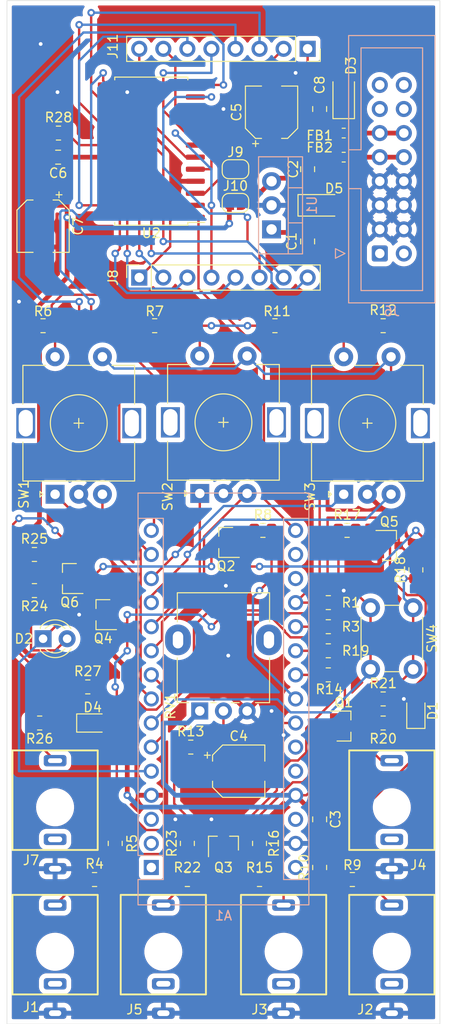
<source format=kicad_pcb>
(kicad_pcb (version 20221018) (generator pcbnew)
  (layers (0 "F.Cu" signal) (31 "B.Cu" signal) (34 "B.Paste" user) (35 "F.Paste" user) (36 "B.SilkS" user "B.Silkscreen") (37 "F.SilkS" user "F.Silkscreen") (38 "B.Mask" user) (39 "F.Mask" user) (44 "Edge.Cuts" user))
  (net 0 "")
  (net 1 "Net-(A1-Pad16)")
  (net 2 "Net-(A1-Pad15)")
  (net 4 "Net-(A1-Pad14)")
  (net 5 "GND")
  (net 6 "Net-(A1-Pad13)")
  (net 8 "Net-(A1-Pad12)")
  (net 9 "+5V")
  (net 10 "Net-(A1-Pad11)")
  (net 12 "Net-(A1-Pad10)")
  (net 14 "Net-(A1-Pad9)")
  (net 15 "Net-(A1-Pad24)")
  (net 16 "Net-(A1-Pad8)")
  (net 17 "Net-(A1-Pad23)")
  (net 18 "Net-(A1-Pad7)")
  (net 19 "Net-(A1-Pad22)")
  (net 20 "Net-(A1-Pad6)")
  (net 21 "Net-(A1-Pad21)")
  (net 22 "Net-(A1-Pad5)")
  (net 23 "Net-(A1-Pad20)")
  (net 24 "Net-(A1-Pad19)")
  (net 30 "Net-(D1-Pad1)")
  (net 31 "Net-(D2-Pad2)")
  (net 32 "Net-(D4-Pad1)")
  (net 33 "Net-(J1-Pad3)")
  (net 35 "Net-(J2-Pad3)")
  (net 37 "Net-(J3-Pad3)")
  (net 39 "Net-(J4-Pad3)")
  (net 41 "Net-(J5-Pad3)")
  (net 46 "Net-(J7-Pad3)")
  (net 48 "Net-(Q1-Pad1)")
  (net 49 "Net-(Q1-Pad2)")
  (net 50 "Net-(Q2-Pad1)")
  (net 51 "Net-(Q2-Pad2)")
  (net 52 "Net-(Q3-Pad1)")
  (net 53 "Net-(Q3-Pad2)")
  (net 54 "Net-(Q4-Pad1)")
  (net 55 "Net-(Q4-Pad2)")
  (net 56 "Net-(R6-Pad1)")
  (net 57 "Net-(R11-Pad2)")
  (net 58 "Net-(R11-Pad1)")
  (net 59 "Net-(R13-Pad2)")
  (net 60 "Net-(C1-Pad2)")
  (net 61 "Net-(C2-Pad2)")
  (net 62 "Net-(C5-Pad1)")
  (net 63 "Net-(D5-Pad2)")
  (net 64 "Net-(FB1-Pad2)")
  (net 65 "Net-(FB2-Pad2)")
  (net 69 "Net-(J8-Pad8)")
  (net 70 "Net-(J8-Pad7)")
  (net 71 "Net-(J8-Pad6)")
  (net 72 "Net-(J8-Pad5)")
  (net 73 "Net-(J8-Pad4)")
  (net 74 "Net-(J8-Pad3)")
  (net 75 "Net-(J8-Pad2)")
  (net 76 "Net-(J8-Pad1)")
  (net 77 "Net-(J11-Pad8)")
  (net 78 "Net-(J11-Pad7)")
  (net 79 "Net-(J11-Pad6)")
  (net 80 "Net-(J11-Pad5)")
  (net 81 "Net-(J11-Pad4)")
  (net 82 "Net-(J11-Pad3)")
  (net 83 "Net-(J11-Pad2)")
  (net 84 "Net-(J11-Pad1)")
  (net 85 "Net-(R28-Pad2)")
  (footprint "Capacitor_SMD:C_0805_2012Metric" (layer "F.Cu") (at 83.82 143.51 -90)
    (fp_text reference "C3")
    (fp_text value "100nF")
  )
  (footprint "Capacitor_SMD:CP_Elec_5x4.5" (layer "F.Cu") (at 75.27 138.43)
    (fp_text reference "C4")
    (fp_text value "10uF")
  )
  (footprint "Diode_SMD:D_0805_2012Metric" (layer "F.Cu") (at 93.98 132.235 90)
    (fp_text reference "D1")
    (fp_text value "1N4148")
  )
  (footprint "LED_THT:LED_D3.0mm" (layer "F.Cu") (at 54.61 124.46)
    (fp_text reference "D2")
    (fp_text value "LED")
  )
  (footprint "Diode_SMD:D_0805_2012Metric" (layer "F.Cu") (at 59.845 133.35)
    (fp_text reference "D4")
    (fp_text value "1N4148")
  )
  (footprint "Inductor_SMD:L_0603_1608Metric" (layer "F.Cu") (at 86.36 71.12)
    (fp_text reference "FB1")
    (fp_text value "FERRITE")
  )
  (footprint "Kicad_Akiyuki_Footprint:THONKICONN" (layer "F.Cu") (at 91.44 142.24)
    (fp_text reference "J4")
    (fp_text value "RESET IN")
  )
  (footprint "Kicad_Akiyuki_Footprint:THONKICONN" (layer "F.Cu") (at 67.31 157.48)
    (fp_text reference "J5")
    (fp_text value "OUT 2")
  )
  (footprint "Package_TO_SOT_SMD:SOT-23" (layer "F.Cu") (at 86.36 133.67)
    (fp_text reference "Q1")
    (fp_text value "MMBT3904")
  )
  (footprint "Package_TO_SOT_SMD:SOT-23" (layer "F.Cu") (at 57.42 118.11 180)
    (fp_text reference "Q6")
    (fp_text value "MMBT3904")
  )
  (footprint "Resistor_SMD:R_0805_2012Metric" (layer "F.Cu") (at 84.7325 123.19 180)
    (fp_text reference "R3")
    (fp_text value "10K")
  )
  (footprint "Resistor_SMD:R_0805_2012Metric" (layer "F.Cu") (at 60.0475 149.86)
    (fp_text reference "R4")
    (fp_text value "1K")
  )
  (footprint "Resistor_SMD:R_0805_2012Metric" (layer "F.Cu") (at 62.23 146.05 90)
    (fp_text reference "R5")
    (fp_text value "10K")
  )
  (footprint "Resistor_SMD:R_0805_2012Metric" (layer "F.Cu") (at 66.3975 91.44 180)
    (fp_text reference "R7")
    (fp_text value "10K")
  )
  (footprint "Resistor_SMD:R_0805_2012Metric" (layer "F.Cu") (at 77.8275 113.03)
    (fp_text reference "R8")
    (fp_text value "10K")
  )
  (footprint "Resistor_SMD:R_0805_2012Metric" (layer "F.Cu") (at 87.2725 149.86 180)
    (fp_text reference "R9")
    (fp_text value "1K")
  )
  (footprint "Resistor_SMD:R_0805_2012Metric" (layer "F.Cu") (at 83.82 148.59 90)
    (fp_text reference "R10")
    (fp_text value "10K")
  )
  (footprint "Resistor_SMD:R_0805_2012Metric" (layer "F.Cu") (at 70.2075 135.89)
    (fp_text reference "R13")
    (fp_text value "10K")
  )
  (footprint "Resistor_SMD:R_0805_2012Metric" (layer "F.Cu") (at 77.47 149.86 180)
    (fp_text reference "R15")
    (fp_text value "1K")
  )
  (footprint "Resistor_SMD:R_0805_2012Metric" (layer "F.Cu") (at 77.47 146.05 90)
    (fp_text reference "R16")
    (fp_text value "10K")
  )
  (footprint "Resistor_SMD:R_0805_2012Metric" (layer "F.Cu") (at 69.85 149.86)
    (fp_text reference "R22")
    (fp_text value "1K")
  )
  (footprint "Resistor_SMD:R_0805_2012Metric" (layer "F.Cu") (at 53.6975 119.38 180)
    (fp_text reference "R24")
    (fp_text value "1K")
  )
  (footprint "Resistor_SMD:R_0805_2012Metric" (layer "F.Cu") (at 53.6975 115.57)
    (fp_text reference "R25")
    (fp_text value "10K")
  )
  (footprint "Resistor_SMD:R_0805_2012Metric" (layer "F.Cu") (at 59.3325 129.54)
    (fp_text reference "R27")
    (fp_text value "1M")
  )
  (footprint "Potentiometer_THT:Potentiometer_Alpha_RD901F-40-00D_Single_Vertical" (layer "F.Cu") (at 71.16 132.08 90)
    (fp_text reference "RV1")
    (fp_text value "10K")
  )
  (footprint "Rotary_Encoder:RotaryEncoder_Alps_EC11E-Switch_Vertical_H20mm" (layer "F.Cu") (at 71.16 109.132663 90)
    (fp_text reference "SW2")
    (fp_text value "EC11 (HITS)")
  )
  (footprint "Rotary_Encoder:RotaryEncoder_Alps_EC11E-Switch_Vertical_H20mm" (layer "F.Cu") (at 86.36 109.22 90)
    (fp_text reference "SW3")
    (fp_text value "EC11 (OFFSET)")
  )
  (footprint "Capacitor_SMD:C_0805_2012Metric" (layer "F.Cu") (at 82.55 82.55 90)
    (fp_text reference "C1")
    (fp_text value "1uF")
  )
  (footprint "Capacitor_SMD:C_0805_2012Metric" (layer "F.Cu") (at 82.55 74.93 -90)
    (fp_text reference "C2")
    (fp_text value "100nF")
  )
  (footprint "Diode_SMD:D_1206_3216Metric" (layer "F.Cu") (at 83.82 78.74)
    (fp_text reference "D5")
    (fp_text value "1N4007")
  )
  (footprint "Inductor_SMD:L_0603_1608Metric" (layer "F.Cu") (at 86.36 73.66)
    (fp_text reference "FB2")
    (fp_text value "FERRITE")
  )
  (footprint "Jumper:SolderJumper-2_P1.3mm_Open_RoundedPad1.0x1.5mm" (layer "F.Cu") (at 74.93 74.93)
    (fp_text reference "J9")
    (fp_text value "JP 5")
  )
  (footprint "Jumper:SolderJumper-2_P1.3mm_Open_RoundedPad1.0x1.5mm" (layer "F.Cu") (at 74.93 78.486)
    (fp_text reference "J10")
    (fp_text value "JP 12")
  )
  (footprint "Capacitor_SMD:CP_Elec_5x4.5" (layer "F.Cu") (at 78.74 68.92 90)
    (fp_text reference "C5")
    (fp_text value "10uF")
  )
  (footprint "Capacitor_SMD:C_0805_2012Metric" (layer "F.Cu") (at 56.2 73.66 180)
    (fp_text reference "C6")
    (fp_text value "100nF")
  )
  (footprint "Capacitor_SMD:CP_Elec_5x4.5" (layer "F.Cu") (at 54.61 80.94 -90)
    (fp_text reference "C7")
    (fp_text value "10uF")
  )
  (footprint "Diode_SMD:D_1206_3216Metric" (layer "F.Cu") (at 86.36 67.31 90)
    (fp_text reference "D3")
    (fp_text value "1N4007")
  )
  (footprint "Kicad_Akiyuki_Footprint:THONKICONN" (layer "F.Cu") (at 91.44 157.48)
    (fp_text reference "J2")
    (fp_text value "OUT 4")
  )
  (footprint "Kicad_Akiyuki_Footprint:THONKICONN" (layer "F.Cu") (at 80.01 157.48)
    (fp_text reference "J3")
    (fp_text value "OUT 3")
  )
  (footprint "Kicad_Akiyuki_Footprint:THONKICONN" (layer "F.Cu") (at 55.88 142.24)
    (fp_text reference "J7")
    (fp_text value "CLOCK IN")
  )
  (footprint "Connector_PinSocket_2.54mm:PinSocket_1x08_P2.54mm_Vertical" (layer "F.Cu") (at 64.77 86.36 90)
    (fp_text reference "J8")
    (fp_text value "DISP CONN 2")
  )
  (footprint "Connector_PinSocket_2.54mm:PinSocket_1x08_P2.54mm_Vertical" (layer "F.Cu") (at 82.55 62.23 -90)
    (fp_text reference "J11")
    (fp_text value "DISP CONN 1")
  )
  (footprint "Package_TO_SOT_SMD:SOT-23" (layer "F.Cu") (at 73.93 114.3 180)
    (fp_text reference "Q2")
    (fp_text value "MMBT3904")
  )
  (footprint "Package_TO_SOT_SMD:SOT-23" (layer "F.Cu") (at 73.66 146.05 90)
    (fp_text reference "Q3")
    (fp_text value "MMBT3904")
  )
  (footprint "Package_TO_SOT_SMD:SOT-23" (layer "F.Cu") (at 60.96 121.92 180)
    (fp_text reference "Q4")
    (fp_text value "MMBT3904")
  )
  (footprint "Package_TO_SOT_SMD:SOT-23" (layer "F.Cu") (at 91.17 114.62)
    (fp_text reference "Q5")
    (fp_text value "MMBT3904")
  )
  (footprint "Resistor_SMD:R_0805_2012Metric" (layer "F.Cu") (at 84.7325 120.65)
    (fp_text reference "R1")
    (fp_text value "10K")
  )
  (footprint "Resistor_SMD:R_0805_2012Metric" (layer "F.Cu") (at 54.61 91.44 180)
    (fp_text reference "R6")
    (fp_text value "10K")
  )
  (footprint "Resistor_SMD:R_0805_2012Metric" (layer "F.Cu") (at 79.0975 91.44 180)
    (fp_text reference "R11")
    (fp_text value "10K")
  )
  (footprint "Resistor_SMD:R_0805_2012Metric" (layer "F.Cu") (at 90.5275 91.44)
    (fp_text reference "R12")
    (fp_text value "10K")
  )
  (footprint "Resistor_SMD:R_0805_2012Metric" (layer "F.Cu") (at 84.7325 128.27 180)
    (fp_text reference "R14")
    (fp_text value "10K")
  )
  (footprint "Resistor_SMD:R_0805_2012Metric" (layer "F.Cu") (at 86.7175 113.03)
    (fp_text reference "R17")
    (fp_text value "10K")
  )
  (footprint "Resistor_SMD:R_0805_2012Metric" (layer "F.Cu") (at 93.98 117.1975 90)
    (fp_text reference "R18")
    (fp_text value "10K")
  )
  (footprint "Resistor_SMD:R_0805_2012Metric" (layer "F.Cu") (at 84.7325 125.73 180)
    (fp_text reference "R19")
    (fp_text value "10K")
  )
  (footprint "Resistor_SMD:R_0805_2012Metric" (layer "F.Cu") (at 90.5275 133.35 180)
    (fp_text reference "R20")
    (fp_text value "100K")
  )
  (footprint "Resistor_SMD:R_0805_2012Metric" (layer "F.Cu") (at 90.5275 130.81)
    (fp_text reference "R21")
    (fp_text value "1M")
  )
  (footprint "Resistor_SMD:R_0805_2012Metric" (layer "F.Cu") (at 69.85 146.05 90)
    (fp_text reference "R23")
    (fp_text value "10K")
  )
  (footprint "Resistor_SMD:R_0805_2012Metric" (layer "F.Cu") (at 54.2525 133.35 180)
    (fp_text reference "R26")
    (fp_text value "100K")
  )
  (footprint "Resistor_SMD:R_0805_2012Metric" (layer "F.Cu") (at 56.2375 71.12)
    (fp_text reference "R28")
    (fp_text value "470K")
  )
  (footprint "Rotary_Encoder:RotaryEncoder_Alps_EC11E-Switch_Vertical_H20mm" (layer "F.Cu") (at 55.88 109.22 90)
    (fp_text reference "SW1")
    (fp_text value "EC11 (LENGTH)")
  )
  (footprint "Button_Switch_THT:SW_PUSH_6mm" (layer "F.Cu") (at 93.693545 121.18395 -90)
    (fp_text reference "SW4")
    (fp_text value "RESET BUTTON")
  )
  (footprint "Package_SO:SOP-24_7.5x15.4mm_P1.27mm" (layer "F.Cu") (at 66.04 73.025 180)
    (fp_text reference "U2")
    (fp_text value "MAX7219")
  )
  (footprint "Capacitor_SMD:C_0805_2012Metric" (layer "F.Cu") (at 83.82 68.58 90)
    (fp_text reference "C8")
    (fp_text value "1uF")
  )
  (footprint "Kicad_Akiyuki_Footprint:THONKICONN" (layer "F.Cu") (at 55.88 157.48)
    (fp_text reference "J1")
    (fp_text value "OUT 1")
  )
  (footprint "Package_TO_SOT_THT:TO-220-3_Vertical" (layer "B.Cu") (at 78.74 81.28 90)
    (fp_text reference "U1")
    (fp_text value "L7805")
  )
  (footprint "Connector_IDC:IDC-Header_2x08_P2.54mm_Vertical" (layer "B.Cu") (at 90.17 83.82)
    (fp_text reference "J6")
    (fp_text value "POWER CONN")
  )
  (footprint "Module:Arduino_Nano" (layer "B.Cu") (at 66.04 148.59)
    (fp_text reference "A1")
    (fp_text value "ARDUINO NANO")
  )
  (gr_line (start 96.52 57.15) (end 96.52 90.17) (stroke (width 0.05)) (layer "Edge.Cuts"))
  (gr_line (start 50.8 57.15) (end 96.52 57.15) (stroke (width 0.05)) (layer "Edge.Cuts"))
  (gr_line (start 96.52 90.17) (end 96.52 165.1) (stroke (width 0.05)) (layer "Edge.Cuts"))
  (gr_line (start 96.52 165.1) (end 50.8 165.1) (stroke (width 0.05)) (layer "Edge.Cuts"))
  (gr_line (start 50.8 90.17) (end 50.8 57.15) (stroke (width 0.05)) (layer "Edge.Cuts"))
  (gr_line (start 50.8 165.1) (end 50.8 90.17) (stroke (width 0.05)) (layer "Edge.Cuts"))
  (segment (start 71.025001 87.535001) (end 71.025001 80.345001) (width 0.25) (layer "F.Cu") (net 1))
  (segment (start 77.934999 94.444999) (end 71.025001 87.535001) (width 0.25) (layer "F.Cu") (net 1))
  (segment (start 71.025001 80.345001) (end 70.69 80.01) (width 0.25) (layer "F.Cu") (net 1))
  (segment (start 81.28 113.03) (end 77.934999 109.684999) (width 0.25) (layer "F.Cu") (net 1))
  (segment (start 77.934999 109.684999) (end 77.934999 94.444999) (width 0.25) (layer "F.Cu") (net 1))
  (segment (start 59.69 88.9) (end 59.69 88.9) (width 0.25) (layer "F.Cu") (net 2))
  (segment (start 60.96 64.77) (end 60.96 65.61) (width 0.25) (layer "F.Cu") (net 2))
  (segment (start 66.04 113.03) (end 66.32251 112.74749) (width 0.25) (layer "F.Cu") (net 2))
  (segment (start 59.69 90.17) (end 59.69 88.9) (width 0.25) (layer "F.Cu") (net 2))
  (segment (start 66.32251 112.74749) (end 66.32251 96.80251) (width 0.25) (layer "F.Cu") (net 2))
  (segment (start 66.32251 96.80251) (end 59.69 90.17) (width 0.25) (layer "F.Cu") (net 2))
  (segment (start 60.96 65.61) (end 61.39 66.04) (width 0.25) (layer "F.Cu") (net 2))
  (via (at 60.96 64.77) (size 0.8) (drill 0.4) (layers "F.Cu" "B.Cu") (net 2))
  (via (at 59.69 88.9) (size 0.8) (drill 0.4) (layers "F.Cu" "B.Cu") (net 2))
  (segment (start 60.96 64.77) (end 60.96 64.77) (width 0.25) (layer "B.Cu") (net 2))
  (segment (start 56.424999 85.634999) (end 56.424999 79.661999) (width 0.25) (layer "B.Cu") (net 2))
  (segment (start 59.69 78.74) (end 59.69 66.04) (width 0.25) (layer "B.Cu") (net 2))
  (segment (start 57.694999 79.284999) (end 58.42 80.01) (width 0.25) (layer "B.Cu") (net 2))
  (segment (start 59.69 88.9) (end 56.424999 85.634999) (width 0.25) (layer "B.Cu") (net 2))
  (segment (start 56.605001 79.284999) (end 57.694999 79.284999) (width 0.25) (layer "B.Cu") (net 2))
  (segment (start 59.69 66.04) (end 60.96 64.77) (width 0.25) (layer "B.Cu") (net 2))
  (segment (start 58.42 80.01) (end 59.69 78.74) (width 0.25) (layer "B.Cu") (net 2))
  (segment (start 56.424999 79.661999) (end 56.424999 79.465001) (width 0.25) (layer "B.Cu") (net 2))
  (segment (start 56.424999 79.465001) (end 56.605001 79.284999) (width 0.25) (layer "B.Cu") (net 2))
  (segment (start 58.42 88.9) (end 58.42 88.9) (width 0.25) (layer "F.Cu") (net 4))
  (segment (start 62.654999 104.564999) (end 62.654999 99.533997) (width 0.25) (layer "F.Cu") (net 4))
  (segment (start 66.04 115.57) (end 63.5 113.03) (width 0.25) (layer "F.Cu") (net 4))
  (segment (start 70.69 66.04) (end 73.66 66.04) (width 0.25) (layer "F.Cu") (net 4))
  (segment (start 63.5 113.03) (end 62.654999 112.184999) (width 0.25) (layer "F.Cu") (net 4))
  (segment (start 62.654999 112.184999) (end 62.654999 104.564999) (width 0.25) (layer "F.Cu") (net 4))
  (segment (start 58.42 91.44) (end 58.42 88.9) (width 0.25) (layer "F.Cu") (net 4))
  (segment (start 58.42 95.298998) (end 58.42 91.44) (width 0.25) (layer "F.Cu") (net 4))
  (segment (start 62.654999 99.533997) (end 58.42 95.298998) (width 0.25) (layer "F.Cu") (net 4))
  (via (at 73.66 66.04) (size 0.8) (drill 0.4) (layers "F.Cu" "B.Cu") (net 4))
  (via (at 58.42 88.9) (size 0.8) (drill 0.4) (layers "F.Cu" "B.Cu") (net 4))
  (segment (start 73.66 66.04) (end 73.66 66.04) (width 0.25) (layer "B.Cu") (net 4))
  (segment (start 52.07 67.31) (end 58.87001 60.50999) (width 0.25) (layer "B.Cu") (net 4))
  (segment (start 58.42 88.9) (end 54.61 88.9) (width 0.25) (layer "B.Cu") (net 4))
  (segment (start 54.61 88.9) (end 52.07 86.36) (width 0.25) (layer "B.Cu") (net 4))
  (segment (start 52.07 86.36) (end 52.07 67.31) (width 0.25) (layer "B.Cu") (net 4))
  (segment (start 72.408992 60.50999) (end 73.66 61.760998) (width 0.25) (layer "B.Cu") (net 4))
  (segment (start 58.87001 60.50999) (end 72.408992 60.50999) (width 0.25) (layer "B.Cu") (net 4))
  (segment (start 73.66 61.760998) (end 73.66 66.04) (width 0.25) (layer "B.Cu") (net 4))
  (via (at 81.28 64.77) (size 0.8) (drill 0.4) (layers "F.Cu" "B.Cu") (net 5))
  (via (at 86.36 119.38) (size 0.8) (drill 0.4) (layers "F.Cu" "B.Cu") (net 5))
  (via (at 54.356 61.722) (size 0.8) (drill 0.4) (layers "F.Cu" "B.Cu") (net 5))
  (via (at 72.39 143.51) (size 0.8) (drill 0.4) (layers "F.Cu" "B.Cu") (net 5))
  (via (at 63.5 66.802) (size 0.8) (drill 0.4) (layers "F.Cu" "B.Cu") (net 5))
  (via (at 80.01 134.62) (size 0.8) (drill 0.4) (layers "F.Cu" "B.Cu") (net 5))
  (via (at 74.168 126.238) (size 0.8) (drill 0.4) (layers "F.Cu" "B.Cu") (net 5))
  (via (at 56.134 66.802) (size 0.8) (drill 0.4) (layers "F.Cu" "B.Cu") (net 5))
  (via (at 52.07 88.9) (size 0.8) (drill 0.4) (layers "F.Cu" "B.Cu") (net 5))
  (via (at 73.66 68.58) (size 0.8) (drill 0.4) (layers "F.Cu" "B.Cu") (net 5))
  (via (at 68.58 143.51) (size 0.8) (drill 0.4) (layers "F.Cu" "B.Cu") (net 5))
  (via (at 73.914 118.872) (size 0.8) (drill 0.4) (layers "F.Cu" "B.Cu") (net 5))
  (via (at 78.74 132.08) (size 0.8) (drill 0.4) (layers "F.Cu" "B.Cu") (net 5))
  (via (at 92.71 130.81) (size 0.8) (drill 0.4) (layers "F.Cu" "B.Cu") (net 5))
  (via (at 58.42 121.92) (size 0.8) (drill 0.4) (layers "F.Cu" "B.Cu") (net 5))
  (segment (start 68.58 115.57) (end 66.04 118.11) (width 0.25) (layer "F.Cu") (net 6))
  (via (at 68.58 115.57) (size 0.8) (drill 0.4) (layers "F.Cu" "B.Cu") (net 6))
  (segment (start 68.58 115.57) (end 68.58 115.57) (width 0.25) (layer "B.Cu") (net 6))
  (segment (start 73.692336 110.457664) (end 68.58 115.57) (width 0.25) (layer "B.Cu") (net 6))
  (segment (start 86.36 109.22) (end 85.122336 110.457664) (width 0.25) (layer "B.Cu") (net 6))
  (segment (start 85.122336 110.457664) (end 73.692336 110.457664) (width 0.25) (layer "B.Cu") (net 6))
  (segment (start 69.85 116.135685) (end 66.04 119.945685) (width 0.25) (layer "F.Cu") (net 8))
  (segment (start 69.85 115.57) (end 69.85 116.135685) (width 0.25) (layer "F.Cu") (net 8))
  (segment (start 66.04 119.945685) (end 66.04 120.65) (width 0.25) (layer "F.Cu") (net 8))
  (via (at 69.85 115.57) (size 0.8) (drill 0.4) (layers "F.Cu" "B.Cu") (net 8))
  (segment (start 69.85 115.57) (end 69.85 115.57) (width 0.25) (layer "B.Cu") (net 8))
  (segment (start 73.515001 111.904999) (end 69.85 115.57) (width 0.25) (layer "B.Cu") (net 8))
  (segment (start 88.675001 111.904999) (end 73.515001 111.904999) (width 0.25) (layer "B.Cu") (net 8))
  (segment (start 91.36 109.22) (end 88.675001 111.904999) (width 0.25) (layer "B.Cu") (net 8))
  (segment (start 74.28 80.66) (end 74.28 80.66) (width 0.5) (layer "F.Cu") (net 9))
  (segment (start 63.5 140.97) (end 63.5 140.97) (width 0.5) (layer "F.Cu") (net 9))
  (segment (start 60.96 116.84) (end 60.96 116.84) (width 0.25) (layer "F.Cu") (net 9))
  (segment (start 92.71 118.11) (end 92.71 118.11) (width 0.25) (layer "F.Cu") (net 9))
  (segment (start 54.61 78.74) (end 57.15 78.74) (width 0.5) (layer "F.Cu") (net 9))
  (segment (start 53.6975 91.44) (end 54.230001 91.972501) (width 0.5) (layer "F.Cu") (net 9))
  (segment (start 83.82 142.56) (end 82.87 142.56) (width 0.5) (layer "F.Cu") (net 9))
  (segment (start 72.39 116.84) (end 72.39 114.84) (width 0.25) (layer "F.Cu") (net 9))
  (segment (start 93.693545 127.68395) (end 92.368544 129.008951) (width 0.25) (layer "F.Cu") (net 9))
  (segment (start 71.16 132.08) (end 71.16 132.04) (width 0.5) (layer "F.Cu") (net 9))
  (segment (start 93.693545 127.68395) (end 93.693545 121.18395) (width 0.25) (layer "F.Cu") (net 9))
  (segment (start 52.785 113.585) (end 52.785 115.57) (width 0.5) (layer "F.Cu") (net 9))
  (segment (start 59.96 121.92) (end 59.96 124.040002) (width 0.5) (layer "F.Cu") (net 9))
  (segment (start 81.28 140.97) (end 82.41137 140.97) (width 0.25) (layer "F.Cu") (net 9))
  (segment (start 52.07 120.095) (end 52.07 125.118188) (width 0.5) (layer "F.Cu") (net 9))
  (segment (start 71.636 145.026) (end 71.66 145.05) (width 0.25) (layer "F.Cu") (net 9))
  (segment (start 72.39 114.84) (end 72.93 114.3) (width 0.25) (layer "F.Cu") (net 9))
  (segment (start 57.15 86.36) (end 53.6975 89.8125) (width 0.5) (layer "F.Cu") (net 9))
  (segment (start 57.739991 126.260011) (end 59.96 124.040002) (width 0.5) (layer "F.Cu") (net 9))
  (segment (start 82.87 142.56) (end 81.28 140.97) (width 0.5) (layer "F.Cu") (net 9))
  (segment (start 74.28 77.47) (end 74.28 80.66) (width 0.5) (layer "F.Cu") (net 9))
  (segment (start 53.6975 89.8125) (end 53.6975 91.44) (width 0.5) (layer "F.Cu") (net 9))
  (segment (start 89.431049 129.008951) (end 87.36 131.08) (width 0.25) (layer "F.Cu") (net 9))
  (segment (start 68.45749 134.78251) (end 71.16 132.08) (width 0.25) (layer "F.Cu") (net 9))
  (segment (start 52.785 119.38) (end 52.07 120.095) (width 0.5) (layer "F.Cu") (net 9))
  (segment (start 57.15 73.66) (end 57.15 78.74) (width 0.5) (layer "F.Cu") (net 9))
  (segment (start 59.96 124.08) (end 63.5 127.62) (width 0.5) (layer "F.Cu") (net 9))
  (segment (start 93.98 118.11) (end 92.71 118.11) (width 0.25) (layer "F.Cu") (net 9))
  (segment (start 68.45749 141.84749) (end 68.45749 134.78251) (width 0.25) (layer "F.Cu") (net 9))
  (segment (start 74.28 77.47) (end 74.28 74.93) (width 0.5) (layer "F.Cu") (net 9))
  (segment (start 59.96 124.040002) (end 59.96 124.08) (width 0.5) (layer "F.Cu") (net 9))
  (segment (start 63.5 127.62) (end 63.5 140.97) (width 0.5) (layer "F.Cu") (net 9))
  (segment (start 87.36 136.02137) (end 87.36 133.67) (width 0.25) (layer "F.Cu") (net 9))
  (segment (start 82.41137 140.97) (end 87.36 136.02137) (width 0.25) (layer "F.Cu") (net 9))
  (segment (start 59.96 117.84) (end 60.96 116.84) (width 0.25) (layer "F.Cu") (net 9))
  (segment (start 92.368544 129.008951) (end 89.431049 129.008951) (width 0.25) (layer "F.Cu") (net 9))
  (segment (start 71.66 145.05) (end 73.66 145.05) (width 0.25) (layer "F.Cu") (net 9))
  (segment (start 57.15 80.01) (end 57.15 86.36) (width 0.5) (layer "F.Cu") (net 9))
  (segment (start 54.230001 112.139999) (end 52.785 113.585) (width 0.5) (layer "F.Cu") (net 9))
  (segment (start 61.39 73.66) (end 58.42 73.66) (width 0.5) (layer "F.Cu") (net 9))
  (segment (start 55.325 71.835) (end 57.15 73.66) (width 0.25) (layer "F.Cu") (net 9))
  (segment (start 71.636 145.026) (end 68.45749 141.84749) (width 0.25) (layer "F.Cu") (net 9))
  (segment (start 57.15 78.74) (end 57.15 80.01) (width 0.5) (layer "F.Cu") (net 9))
  (segment (start 52.07 125.118188) (end 53.211823 126.260011) (width 0.5) (layer "F.Cu") (net 9))
  (segment (start 54.230001 91.972501) (end 54.230001 112.139999) (width 0.5) (layer "F.Cu") (net 9))
  (segment (start 59.96 121.92) (end 59.96 117.84) (width 0.25) (layer "F.Cu") (net 9))
  (segment (start 53.211823 126.260011) (end 57.739991 126.260011) (width 0.5) (layer "F.Cu") (net 9))
  (segment (start 87.36 131.08) (end 87.36 133.67) (width 0.25) (layer "F.Cu") (net 9))
  (segment (start 55.325 71.12) (end 55.325 71.835) (width 0.25) (layer "F.Cu") (net 9))
  (segment (start 52.785 115.57) (end 52.785 119.38) (width 0.5) (layer "F.Cu") (net 9))
  (segment (start 58.42 73.66) (end 57.15 73.66) (width 0.5) (layer "F.Cu") (net 9))
  (via (at 60.96 116.84) (size 0.8) (drill 0.4) (layers "F.Cu" "B.Cu") (net 9))
  (via (at 57.15 80.01) (size 0.8) (drill 0.4) (layers "F.Cu" "B.Cu") (net 9))
  (via (at 72.39 116.84) (size 0.8) (drill 0.4) (layers "F.Cu" "B.Cu") (net 9))
  (via (at 92.71 118.11) (size 0.8) (drill 0.4) (layers "F.Cu" "B.Cu") (net 9))
  (via (at 63.5 140.97) (size 0.8) (drill 0.4) (layers "F.Cu" "B.Cu") (net 9))
  (via (at 74.28 80.66) (size 0.8) (drill 0.4) (layers "F.Cu" "B.Cu") (net 9))
  (segment (start 57.15 80.01) (end 57.15 80.01) (width 0.5) (layer "B.Cu") (net 9))
  (segment (start 72.39 116.84) (end 72.39 116.84) (width 0.25) (layer "B.Cu") (net 9))
  (segment (start 69.89 133.35) (end 71.16 132.08) (width 0.5) (layer "B.Cu") (net 9))
  (segment (start 60.96 116.84) (end 72.39 116.84) (width 0.25) (layer "B.Cu") (net 9))
  (segment (start 92.71 120.200405) (end 93.693545 121.18395) (width 0.25) (layer "B.Cu") (net 9))
  (segment (start 68.58 140.97) (end 67.31 139.7) (width 0.5) (layer "B.Cu") (net 9))
  (segment (start 63.5 140.97) (end 64.750001 142.220001) (width 0.5) (layer "B.Cu") (net 9))
  (segment (start 58.270009 81.130009) (end 57.15 80.01) (width 0.5) (layer "B.Cu") (net 9))
  (segment (start 67.31 139.7) (end 67.31 133.35) (width 0.5) (layer "B.Cu") (net 9))
  (segment (start 67.31 133.35) (end 69.89 133.35) (width 0.5) (layer "B.Cu") (net 9))
  (segment (start 64.750001 142.220001) (end 80.029999 142.220001) (width 0.5) (layer "B.Cu") (net 9))
  (segment (start 73.809991 81.130009) (end 58.270009 81.130009) (width 0.5) (layer "B.Cu") (net 9))
  (segment (start 80.029999 142.220001) (end 81.28 140.97) (width 0.5) (layer "B.Cu") (net 9))
  (segment (start 81.28 140.97) (end 68.58 140.97) (width 0.5) (layer "B.Cu") (net 9))
  (segment (start 74.28 80.66) (end 73.809991 81.130009) (width 0.5) (layer "B.Cu") (net 9))
  (segment (start 92.71 118.11) (end 92.71 120.200405) (width 0.25) (layer "B.Cu") (net 9))
  (segment (start 71.16 118.07) (end 66.04 123.19) (width 0.25) (layer "F.Cu") (net 10))
  (segment (start 71.16 109.132663) (end 71.16 118.07) (width 0.25) (layer "F.Cu") (net 10))
  (segment (start 71.61001 113.682653) (end 76.16 109.132663) (width 0.25) (layer "F.Cu") (net 12))
  (segment (start 67.165001 124.604999) (end 67.165001 122.701409) (width 0.25) (layer "F.Cu") (net 12))
  (segment (start 66.04 125.73) (end 67.165001 124.604999) (width 0.25) (layer "F.Cu") (net 12))
  (segment (start 71.61001 118.2564) (end 71.61001 113.682653) (width 0.25) (layer "F.Cu") (net 12))
  (segment (start 67.165001 122.701409) (end 71.61001 118.2564) (width 0.25) (layer "F.Cu") (net 12))
  (segment (start 66.04 128.27) (end 67.165001 129.395001) (width 0.25) (layer "F.Cu") (net 14))
  (segment (start 66.580001 131.935001) (end 65.499999 131.935001) (width 0.25) (layer "F.Cu") (net 14))
  (segment (start 67.165001 129.395001) (end 67.165001 131.350001) (width 0.25) (layer "F.Cu") (net 14))
  (segment (start 65.499999 131.935001) (end 64.464989 130.899991) (width 0.25) (layer "F.Cu") (net 14))
  (segment (start 64.464989 130.899991) (end 64.464989 117.804989) (width 0.25) (layer "F.Cu") (net 14))
  (segment (start 67.165001 131.350001) (end 66.580001 131.935001) (width 0.25) (layer "F.Cu") (net 14))
  (segment (start 64.464989 117.804989) (end 55.88 109.22) (width 0.25) (layer "F.Cu") (net 14))
  (segment (start 69.295 136.605) (end 71.12 138.43) (width 0.25) (layer "F.Cu") (net 15))
  (segment (start 69.295 135.89) (end 69.295 136.605) (width 0.25) (layer "F.Cu") (net 15))
  (segment (start 81.28 133.35) (end 78.15 133.35) (width 0.25) (layer "F.Cu") (net 15))
  (segment (start 78.15 133.35) (end 73.07 138.43) (width 0.25) (layer "F.Cu") (net 15))
  (segment (start 71.12 138.43) (end 73.07 138.43) (width 0.25) (layer "F.Cu") (net 15))
  (segment (start 64.914999 115.081409) (end 60.88 111.04641) (width 0.25) (layer "F.Cu") (net 16))
  (segment (start 66.04 130.81) (end 64.914999 129.684999) (width 0.25) (layer "F.Cu") (net 16))
  (segment (start 64.914999 129.684999) (end 64.914999 115.081409) (width 0.25) (layer "F.Cu") (net 16))
  (segment (start 60.88 111.04641) (end 60.88 109.22) (width 0.25) (layer "F.Cu") (net 16))
  (segment (start 77.47 119.38) (end 77.47 119.38) (width 0.25) (layer "F.Cu") (net 17))
  (segment (start 78.74 118.11) (end 77.47 119.38) (width 0.25) (layer "F.Cu") (net 17))
  (segment (start 78.74 113.03) (end 78.74 118.11) (width 0.25) (layer "F.Cu") (net 17))
  (via (at 77.47 119.38) (size 0.8) (drill 0.4) (layers "F.Cu" "B.Cu") (net 17))
  (segment (start 76.77499 120.07501) (end 76.77499 126.30499) (width 0.25) (layer "B.Cu") (net 17))
  (segment (start 76.77499 126.30499) (end 81.28 130.81) (width 0.25) (layer "B.Cu") (net 17))
  (segment (start 77.47 119.38) (end 76.77499 120.07501) (width 0.25) (layer "B.Cu") (net 17))
  (segment (start 85.805 117.795405) (end 89.193545 121.18395) (width 0.25) (layer "F.Cu") (net 18))
  (segment (start 89.193545 121.18395) (end 89.193545 127.68395) (width 0.25) (layer "F.Cu") (net 18))
  (segment (start 85.805 113.03) (end 85.805 117.795405) (width 0.25) (layer "F.Cu") (net 18))
  (segment (start 68.535001 130.854999) (end 79.369999 130.854999) (width 0.25) (layer "B.Cu") (net 18))
  (segment (start 80.739999 132.224999) (end 84.945001 132.224999) (width 0.25) (layer "B.Cu") (net 18))
  (segment (start 89.193545 127.976455) (end 89.193545 127.68395) (width 0.25) (layer "B.Cu") (net 18))
  (segment (start 84.945001 132.224999) (end 89.193545 127.976455) (width 0.25) (layer "B.Cu") (net 18))
  (segment (start 79.369999 130.854999) (end 80.739999 132.224999) (width 0.25) (layer "B.Cu") (net 18))
  (segment (start 66.04 133.35) (end 68.535001 130.854999) (width 0.25) (layer "B.Cu") (net 18))
  (segment (start 81.28 128.27) (end 83.82 128.27) (width 0.25) (layer "F.Cu") (net 19))
  (segment (start 72.2036 121.46999) (end 78.629363 121.46999) (width 0.25) (layer "F.Cu") (net 20))
  (segment (start 67.165001 134.764999) (end 67.165001 132.224999) (width 0.25) (layer "F.Cu") (net 20))
  (segment (start 70.54501 123.12858) (end 72.2036 121.46999) (width 0.25) (layer "F.Cu") (net 20))
  (segment (start 92.315 114.62) (end 93.98 116.285) (width 0.25) (layer "F.Cu") (net 20))
  (segment (start 66.04 135.89) (end 67.165001 134.764999) (width 0.25) (layer "F.Cu") (net 20))
  (segment (start 78.629363 121.46999) (end 78.934374 121.775001) (width 0.25) (layer "F.Cu") (net 20))
  (segment (start 67.165001 132.224999) (end 70.54501 128.84499) (width 0.25) (layer "F.Cu") (net 20))
  (segment (start 84.65751 111.68449) (end 91.87249 111.68449) (width 0.25) (layer "F.Cu") (net 20))
  (segment (start 84.65751 121.33818) (end 84.65751 111.68449) (width 0.25) (layer "F.Cu") (net 20))
  (segment (start 91.87249 111.68449) (end 92.17 111.982) (width 0.25) (layer "F.Cu") (net 20))
  (segment (start 70.54501 128.84499) (end 70.54501 123.12858) (width 0.25) (layer "F.Cu") (net 20))
  (segment (start 92.17 114.62) (end 92.315 114.62) (width 0.25) (layer "F.Cu") (net 20))
  (segment (start 84.220689 121.775001) (end 84.65751 121.33818) (width 0.25) (layer "F.Cu") (net 20))
  (segment (start 92.17 111.982) (end 92.17 114.62) (width 0.25) (layer "F.Cu") (net 20))
  (segment (start 78.934374 121.775001) (end 84.220689 121.775001) (width 0.25) (layer "F.Cu") (net 20))
  (segment (start 81.28 125.73) (end 83.82 125.73) (width 0.25) (layer "F.Cu") (net 21))
  (segment (start 54.61 115.57) (end 54.61 116.3) (width 0.25) (layer "F.Cu") (net 22))
  (segment (start 56.42 122.65) (end 56.42 118.11) (width 0.25) (layer "F.Cu") (net 22))
  (segment (start 54.61 116.3) (end 56.42 118.11) (width 0.25) (layer "F.Cu") (net 22))
  (segment (start 54.61 124.46) (end 56.42 122.65) (width 0.25) (layer "F.Cu") (net 22))
  (segment (start 52.07 138.43) (end 52.07 127) (width 0.25) (layer "B.Cu") (net 22))
  (segment (start 66.04 138.43) (end 52.07 138.43) (width 0.25) (layer "B.Cu") (net 22))
  (segment (start 52.07 127) (end 54.61 124.46) (width 0.25) (layer "B.Cu") (net 22))
  (segment (start 81.28 123.19) (end 83.82 123.19) (width 0.25) (layer "F.Cu") (net 23))
  (segment (start 81.28 120.65) (end 83.82 118.11) (width 0.25) (layer "F.Cu") (net 24))
  (segment (start 83.82 118.11) (end 83.82 106.68) (width 0.25) (layer "F.Cu") (net 24))
  (segment (start 83.82 106.68) (end 91.36 99.14) (width 0.25) (layer "F.Cu") (net 24))
  (segment (start 91.36 99.14) (end 91.36 94.72) (width 0.25) (layer "F.Cu") (net 24))
  (segment (start 81.28 120.65) (end 83.82 120.65) (width 0.25) (layer "F.Cu") (net 24))
  (segment (start 76.16 94.632663) (end 78.047337 96.52) (width 0.25) (layer "B.Cu") (net 24))
  (segment (start 60.88 94.72) (end 62.117664 95.957664) (width 0.25) (layer "B.Cu") (net 24))
  (segment (start 74.834999 95.957664) (end 76.16 94.632663) (width 0.25) (layer "B.Cu") (net 24))
  (segment (start 78.047337 96.52) (end 89.56 96.52) (width 0.25) (layer "B.Cu") (net 24))
  (segment (start 89.56 96.52) (end 91.36 94.72) (width 0.25) (layer "B.Cu") (net 24))
  (segment (start 62.117664 95.957664) (end 74.834999 95.957664) (width 0.25) (layer "B.Cu") (net 24))
  (segment (start 94.329546 119.858949) (end 95.018546 120.547949) (width 0.25) (layer "F.Cu") (net 30))
  (segment (start 91.247298 114.747298) (end 90.17 113.67) (width 0.25) (layer "F.Cu") (net 30))
  (segment (start 95.018546 128.319951) (end 93.798497 129.54) (width 0.25) (layer "F.Cu") (net 30))
  (segment (start 93.98 133.66) (end 91.75 133.66) (width 0.25) (layer "F.Cu") (net 30))
  (segment (start 91.247298 118.048702) (end 93.057544 119.858949) (width 0.25) (layer "F.Cu") (net 30))
  (segment (start 90.885 129.54) (end 89.615 130.81) (width 0.25) (layer "F.Cu") (net 30))
  (segment (start 91.247298 118.048702) (end 91.247298 114.747298) (width 0.25) (layer "F.Cu") (net 30))
  (segment (start 91.75 133.66) (end 91.44 133.35) (width 0.25) (layer "F.Cu") (net 30))
  (segment (start 93.057544 119.858949) (end 94.329546 119.858949) (width 0.25) (layer "F.Cu") (net 30))
  (segment (start 89.615 130.81) (end 89.615 131.525) (width 0.25) (layer "F.Cu") (net 30))
  (segment (start 93.798497 129.54) (end 90.885 129.54) (width 0.25) (layer "F.Cu") (net 30))
  (segment (start 89.615 131.525) (end 91.44 133.35) (width 0.25) (layer "F.Cu") (net 30))
  (segment (start 95.018546 120.547949) (end 95.018546 128.319951) (width 0.25) (layer "F.Cu") (net 30))
  (segment (start 57.15 124.46) (end 55.924999 125.685001) (width 0.25) (layer "F.Cu") (net 31))
  (segment (start 53.34 125.575002) (end 53.34 120.65) (width 0.25) (layer "F.Cu") (net 31))
  (segment (start 53.34 120.65) (end 54.61 119.38) (width 0.25) (layer "F.Cu") (net 31))
  (segment (start 55.924999 125.685001) (end 53.449999 125.685001) (width 0.25) (layer "F.Cu") (net 31))
  (segment (start 53.449999 125.685001) (end 53.34 125.575002) (width 0.25) (layer "F.Cu") (net 31))
  (segment (start 52.07 111.76) (end 52.07 111.76) (width 0.25) (layer "F.Cu") (net 32))
  (segment (start 55.678626 129.54) (end 51.454999 125.316373) (width 0.25) (layer "F.Cu") (net 32))
  (segment (start 51.454999 112.375001) (end 52.07 111.76) (width 0.25) (layer "F.Cu") (net 32))
  (segment (start 51.454999 125.316373) (end 51.454999 112.375001) (width 0.25) (layer "F.Cu") (net 32))
  (segment (start 58.42 119.06) (end 58.1 119.06) (width 0.25) (layer "F.Cu") (net 32))
  (segment (start 58.42 129.54) (end 58.42 133.35) (width 0.25) (layer "F.Cu") (net 32))
  (segment (start 57.404 114.554) (end 55.88 113.03) (width 0.25) (layer "F.Cu") (net 32))
  (segment (start 58.42 129.54) (end 55.678626 129.54) (width 0.25) (layer "F.Cu") (net 32))
  (segment (start 55.165 133.35) (end 58.42 133.35) (width 0.25) (layer "F.Cu") (net 32))
  (segment (start 58.1 119.06) (end 57.404 118.364) (width 0.25) (layer "F.Cu") (net 32))
  (segment (start 57.404 118.364) (end 57.404 114.554) (width 0.25) (layer "F.Cu") (net 32))
  (via (at 52.07 111.76) (size 0.8) (drill 0.4) (layers "F.Cu" "B.Cu") (net 32))
  (via (at 55.88 113.03) (size 0.8) (drill 0.4) (layers "F.Cu" "B.Cu") (net 32))
  (segment (start 55.88 113.03) (end 55.88 113.03) (width 0.25) (layer "B.Cu") (net 32))
  (segment (start 54.61 111.76) (end 55.88 113.03) (width 0.25) (layer "B.Cu") (net 32))
  (segment (start 52.07 111.76) (end 54.61 111.76) (width 0.25) (layer "B.Cu") (net 32))
  (segment (start 59.135 149.86) (end 58.58 149.86) (width 0.25) (layer "F.Cu") (net 33))
  (segment (start 58.58 149.86) (end 55.88 152.56) (width 0.25) (layer "F.Cu") (net 33))
  (segment (start 91.44 152.56) (end 88.74 149.86) (width 0.25) (layer "F.Cu") (net 35))
  (segment (start 88.74 149.86) (end 88.185 149.86) (width 0.25) (layer "F.Cu") (net 35))
  (segment (start 80.01 151.4875) (end 78.3825 149.86) (width 0.25) (layer "F.Cu") (net 37))
  (segment (start 80.01 152.56) (end 80.01 151.4875) (width 0.25) (layer "F.Cu") (net 37))
  (segment (start 89.615 133.35) (end 89.615 136.605) (width 0.25) (layer "F.Cu") (net 39))
  (segment (start 89.615 136.605) (end 90.33 137.32) (width 0.25) (layer "F.Cu") (net 39))
  (segment (start 90.33 137.32) (end 91.44 137.32) (width 0.25) (layer "F.Cu") (net 39))
  (segment (start 68.9375 149.86) (end 68.9375 150.9325) (width 0.25) (layer "F.Cu") (net 41))
  (segment (start 68.9375 150.9325) (end 67.31 152.56) (width 0.25) (layer "F.Cu") (net 41))
  (segment (start 53.34 133.35) (end 53.34 134.78) (width 0.25) (layer "F.Cu") (net 46))
  (segment (start 53.34 134.78) (end 55.88 137.32) (width 0.25) (layer "F.Cu") (net 46))
  (segment (start 86.48251 124.72751) (end 86.48251 132.59749) (width 0.25) (layer "F.Cu") (net 48))
  (segment (start 85.645 123.19) (end 85.645 123.89) (width 0.25) (layer "F.Cu") (net 48))
  (segment (start 86.36 132.72) (end 85.36 132.72) (width 0.25) (layer "F.Cu") (net 48))
  (segment (start 86.48251 132.59749) (end 86.36 132.72) (width 0.25) (layer "F.Cu") (net 48))
  (segment (start 85.645 123.89) (end 86.48251 124.72751) (width 0.25) (layer "F.Cu") (net 48))
  (segment (start 85.36 134.62) (end 85.36 136.27) (width 0.25) (layer "F.Cu") (net 49))
  (segment (start 69.92499 149.17182) (end 69.92499 150.54818) (width 0.25) (layer "F.Cu") (net 49))
  (segment (start 80.986808 139.59819) (end 82.03181 139.59819) (width 0.25) (layer "F.Cu") (net 49))
  (segment (start 62.442501 147.175001) (end 67.928171 147.175001) (width 0.25) (layer "F.Cu") (net 49))
  (segment (start 73.949999 146.274999) (end 75.370001 146.274999) (width 0.25) (layer "F.Cu") (net 49))
  (segment (start 82.03181 139.59819) (end 85.288 136.342) (width 0.25) (layer "F.Cu") (net 49))
  (segment (start 75.370001 146.274999) (end 75.435001 146.209999) (width 0.25) (layer "F.Cu") (net 49))
  (segment (start 69.92499 150.54818) (end 70.26182 150.88501) (width 0.25) (layer "F.Cu") (net 49))
  (segment (start 73.884999 146.339999) (end 73.949999 146.274999) (width 0.25) (layer "F.Cu") (net 49))
  (segment (start 75.435001 145.149997) (end 80.986808 139.59819) (width 0.25) (layer "F.Cu") (net 49))
  (segment (start 67.928171 147.175001) (end 69.92499 149.17182) (width 0.25) (layer "F.Cu") (net 49))
  (segment (start 70.26182 150.88501) (end 71.26318 150.88501) (width 0.25) (layer "F.Cu") (net 49))
  (segment (start 71.26318 150.88501) (end 73.884999 148.263191) (width 0.25) (layer "F.Cu") (net 49))
  (segment (start 60.96 148.2325) (end 62.23 146.9625) (width 0.25) (layer "F.Cu") (net 49))
  (segment (start 73.884999 148.263191) (end 73.884999 146.339999) (width 0.25) (layer "F.Cu") (net 49))
  (segment (start 85.288 136.342) (end 85.415 136.215) (width 0.25) (layer "F.Cu") (net 49))
  (segment (start 85.36 136.27) (end 85.288 136.342) (width 0.25) (layer "F.Cu") (net 49))
  (segment (start 62.23 146.9625) (end 62.442501 147.175001) (width 0.25) (layer "F.Cu") (net 49))
  (segment (start 62.267502 146.924998) (end 62.23 146.9625) (width 0.25) (layer "F.Cu") (net 49))
  (segment (start 60.96 149.86) (end 60.96 148.2325) (width 0.25) (layer "F.Cu") (net 49))
  (segment (start 75.435001 146.209999) (end 75.435001 145.149997) (width 0.25) (layer "F.Cu") (net 49))
  (segment (start 74.93 115.57) (end 75.438 116.078) (width 0.25) (layer "F.Cu") (net 50))
  (segment (start 74.93 115.57) (end 74.93 115.25) (width 0.25) (layer "F.Cu") (net 50))
  (segment (start 76.454 116.078) (end 76.915 115.617) (width 0.25) (layer "F.Cu") (net 50))
  (segment (start 76.915 115.617) (end 76.915 113.03) (width 0.25) (layer "F.Cu") (net 50))
  (segment (start 75.438 116.078) (end 76.454 116.078) (width 0.25) (layer "F.Cu") (net 50))
  (segment (start 93.98 113.03) (end 93.98 113.03) (width 0.25) (layer "F.Cu") (net 51))
  (segment (start 95.468555 135.375345) (end 95.468555 114.518555) (width 0.25) (layer "F.Cu") (net 51))
  (segment (start 73.914 114.366) (end 74.93 113.35) (width 0.25) (layer "F.Cu") (net 51))
  (segment (start 95.468555 114.518555) (end 93.98 113.03) (width 0.25) (layer "F.Cu") (net 51))
  (segment (start 84.84501 145.99889) (end 95.468555 135.375345) (width 0.25) (layer "F.Cu") (net 51))
  (segment (start 73.914 116.84) (end 73.914 114.366) (width 0.25) (layer "F.Cu") (net 51))
  (segment (start 84.1775 149.86) (end 83.82 149.5025) (width 0.25) (layer "F.Cu") (net 51))
  (segment (start 86.36 149.86) (end 84.1775 149.86) (width 0.25) (layer "F.Cu") (net 51))
  (segment (start 84.84501 148.47749) (end 84.84501 145.99889) (width 0.25) (layer "F.Cu") (net 51))
  (segment (start 83.82 149.5025) (end 84.84501 148.47749) (width 0.25) (layer "F.Cu") (net 51))
  (segment (start 77.47 116.84) (end 73.914 116.84) (width 0.25) (layer "F.Cu") (net 51))
  (via (at 93.98 113.03) (size 0.8) (drill 0.4) (layers "F.Cu" "B.Cu") (net 51))
  (via (at 77.47 116.84) (size 0.8) (drill 0.4) (layers "F.Cu" "B.Cu") (net 51))
  (segment (start 77.47 116.84) (end 77.47 116.84) (width 0.25) (layer "B.Cu") (net 51))
  (segment (start 90.17 116.84) (end 77.47 116.84) (width 0.25) (layer "B.Cu") (net 51))
  (segment (start 93.98 113.03) (end 90.17 116.84) (width 0.25) (layer "B.Cu") (net 51))
  (segment (start 79.29501 140.46499) (end 74.66 145.1) (width 0.25) (layer "F.Cu") (net 52))
  (segment (start 74.676 145.066) (end 74.676 145.534) (width 0.25) (layer "F.Cu") (net 52))
  (segment (start 82.405001 133.890001) (end 82.405001 136.430001) (width 0.25) (layer "F.Cu") (net 52))
  (segment (start 85.645 130.650002) (end 82.405001 133.890001) (width 0.25) (layer "F.Cu") (net 52))
  (segment (start 79.29501 138.749988) (end 79.29501 140.46499) (width 0.25) (layer "F.Cu") (net 52))
  (segment (start 72.71 145.862) (end 72.71 147.05) (width 0.25) (layer "F.Cu") (net 52))
  (segment (start 74.66 145.1) (end 74.66 145.05) (width 0.25) (layer "F.Cu") (net 52))
  (segment (start 74.66 145.05) (end 74.676 145.066) (width 0.25) (layer "F.Cu") (net 52))
  (segment (start 72.673 145.825) (end 72.71 145.862) (width 0.25) (layer "F.Cu") (net 52))
  (segment (start 74.385 145.825) (end 72.673 145.825) (width 0.25) (layer "F.Cu") (net 52))
  (segment (start 74.676 145.534) (end 74.385 145.825) (width 0.25) (layer "F.Cu") (net 52))
  (segment (start 80.739999 137.304999) (end 79.29501 138.749988) (width 0.25) (layer "F.Cu") (net 52))
  (segment (start 82.405001 136.430001) (end 81.530003 137.304999) (width 0.25) (layer "F.Cu") (net 52))
  (segment (start 81.530003 137.304999) (end 80.739999 137.304999) (width 0.25) (layer "F.Cu") (net 52))
  (segment (start 85.645 128.27) (end 85.645 130.650002) (width 0.25) (layer "F.Cu") (net 52))
  (segment (start 74.66 147) (end 77.4325 147) (width 0.25) (layer "F.Cu") (net 53))
  (segment (start 76.5575 149.86) (end 76.5575 147.875) (width 0.25) (layer "F.Cu") (net 53))
  (segment (start 77.4325 147) (end 77.47 146.9625) (width 0.25) (layer "F.Cu") (net 53))
  (segment (start 76.5575 147.875) (end 77.47 146.9625) (width 0.25) (layer "F.Cu") (net 53))
  (segment (start 72.39 123.19) (end 72.39 123.19) (width 0.25) (layer "F.Cu") (net 54))
  (segment (start 80.739999 124.315001) (end 80.14501 123.720012) (width 0.25) (layer "F.Cu") (net 54))
  (segment (start 85.645 125.73) (end 84.230001 124.315001) (width 0.25) (layer "F.Cu") (net 54))
  (segment (start 80.14501 123.720012) (end 80.14501 123.622047) (width 0.25) (layer "F.Cu") (net 54))
  (segment (start 73.66 121.92) (end 72.39 123.19) (width 0.25) (layer "F.Cu") (net 54))
  (segment (start 63.5 121.92) (end 63.5 122.936) (width 0.25) (layer "F.Cu") (net 54))
  (segment (start 80.14501 123.622047) (end 78.442963 121.92) (width 0.25) (layer "F.Cu") (net 54))
  (segment (start 63.434 122.87) (end 61.96 122.87) (width 0.25) (layer "F.Cu") (net 54))
  (segment (start 78.442963 121.92) (end 73.66 121.92) (width 0.25) (layer "F.Cu") (net 54))
  (segment (start 84.230001 124.315001) (end 80.739999 124.315001) (width 0.25) (layer "F.Cu") (net 54))
  (segment (start 63.5 122.936) (end 63.434 122.87) (width 0.25) (layer "F.Cu") (net 54))
  (via (at 63.5 121.92) (size 0.8) (drill 0.4) (layers "F.Cu" "B.Cu") (net 54))
  (via (at 72.39 123.19) (size 0.8) (drill 0.4) (layers "F.Cu" "B.Cu") (net 54))
  (segment (start 63.5 121.92) (end 63.5 121.92) (width 0.25) (layer "B.Cu") (net 54))
  (segment (start 71.12 121.92) (end 63.5 121.92) (width 0.25) (layer "B.Cu") (net 54))
  (segment (start 72.39 123.19) (end 71.12 121.92) (width 0.25) (layer "B.Cu") (net 54))
  (segment (start 62.23 129.54) (end 62.23 129.54) (width 0.25) (layer "F.Cu") (net 55))
  (segment (start 69.85 146.9625) (end 69.15 146.9625) (width 0.25) (layer "F.Cu") (net 55))
  (segment (start 65.499999 144.635001) (end 62.39501 141.530012) (width 0.25) (layer "F.Cu") (net 55))
  (segment (start 62.39501 141.530012) (end 62.39501 129.70501) (width 0.25) (layer "F.Cu") (net 55))
  (segment (start 62.39501 129.70501) (end 62.23 129.54) (width 0.25) (layer "F.Cu") (net 55))
  (segment (start 63.5 124.41) (end 61.926 124.41) (width 0.25) (layer "F.Cu") (net 55))
  (segment (start 70.7625 149.86) (end 70.7625 147.875) (width 0.25) (layer "F.Cu") (net 55))
  (segment (start 61.926 124.41) (end 60.96 123.444) (width 0.25) (layer "F.Cu") (net 55))
  (segment (start 69.15 146.9625) (end 66.822501 144.635001) (width 0.25) (layer "F.Cu") (net 55))
  (segment (start 66.822501 144.635001) (end 65.499999 144.635001) (width 0.25) (layer "F.Cu") (net 55))
  (segment (start 70.7625 147.875) (end 69.85 146.9625) (width 0.25) (layer "F.Cu") (net 55))
  (segment (start 60.96 121.97) (end 61.96 120.97) (width 0.25) (layer "F.Cu") (net 55))
  (segment (start 63.5 125.73) (end 63.5 124.41) (width 0.25) (layer "F.Cu") (net 55))
  (segment (start 60.96 123.444) (end 60.96 121.97) (width 0.25) (layer "F.Cu") (net 55))
  (via (at 62.23 129.54) (size 0.8) (drill 0.4) (layers "F.Cu" "B.Cu") (net 55))
  (via (at 63.5 125.73) (size 0.8) (drill 0.4) (layers "F.Cu" "B.Cu") (net 55))
  (segment (start 63.5 125.73) (end 63.5 125.73) (width 0.25) (layer "B.Cu") (net 55))
  (segment (start 62.23 127) (end 63.5 125.73) (width 0.25) (layer "B.Cu") (net 55))
  (segment (start 62.23 129.54) (end 62.23 127) (width 0.25) (layer "B.Cu") (net 55))
  (segment (start 61.504999 88.174999) (end 64.77 91.44) (width 0.25) (layer "F.Cu") (net 56))
  (segment (start 55.5225 89.2575) (end 56.605001 88.174999) (width 0.25) (layer "F.Cu") (net 56))
  (segment (start 64.77 91.44) (end 65.485 91.44) (width 0.25) (layer "F.Cu") (net 56))
  (segment (start 55.5225 91.44) (end 55.5225 89.2575) (width 0.25) (layer "F.Cu") (net 56))
  (segment (start 56.605001 88.174999) (end 61.504999 88.174999) (width 0.25) (layer "F.Cu") (net 56))
  (segment (start 55.88 94.72) (end 55.88 91.7975) (width 0.25) (layer "F.Cu") (net 56))
  (segment (start 55.88 91.7975) (end 55.5225 91.44) (width 0.25) (layer "F.Cu") (net 56))
  (segment (start 76.2 91.44) (end 76.2 91.44) (width 0.25) (layer "F.Cu") (net 57))
  (segment (start 72.39 91.44) (end 72.39 91.44) (width 0.25) (layer "F.Cu") (net 57))
  (segment (start 71.12 91.44) (end 67.31 91.44) (width 0.25) (layer "F.Cu") (net 57))
  (segment (start 71.16 94.632663) (end 71.16 91.48) (width 0.25) (layer "F.Cu") (net 57))
  (segment (start 71.12 91.44) (end 72.39 91.44) (width 0.25) (layer "F.Cu") (net 57))
  (segment (start 78.185 91.44) (end 76.2 91.44) (width 0.25) (layer "F.Cu") (net 57))
  (segment (start 71.16 91.48) (end 71.12 91.44) (width 0.25) (layer "F.Cu") (net 57))
  (via (at 76.2 91.44) (size 0.8) (drill 0.4) (layers "F.Cu" "B.Cu") (net 57))
  (via (at 72.39 91.44) (size 0.8) (drill 0.4) (layers "F.Cu" "B.Cu") (net 57))
  (segment (start 72.39 91.44) (end 76.2 91.44) (width 0.25) (layer "B.Cu") (net 57))
  (segment (start 86.36 91.44) (end 80.01 91.44) (width 0.25) (layer "F.Cu") (net 58))
  (segment (start 86.36 94.72) (end 86.36 91.44) (width 0.25) (layer "F.Cu") (net 58))
  (segment (start 86.36 91.44) (end 89.615 91.44) (width 0.25) (layer "F.Cu") (net 58))
  (segment (start 73.66 134.62) (end 72.39 135.89) (width 0.25) (layer "F.Cu") (net 59))
  (segment (start 73.66 132.08) (end 73.66 134.62) (width 0.25) (layer "F.Cu") (net 59))
  (segment (start 72.39 135.89) (end 71.12 135.89) (width 0.25) (layer "F.Cu") (net 59))
  (segment (start 82.395 78.74) (end 82.395 81.445) (width 0.5) (layer "F.Cu") (net 60))
  (segment (start 82.395 81.445) (end 82.55 81.6) (width 0.5) (layer "F.Cu") (net 60))
  (segment (start 82.55 81.6) (end 79.06 81.6) (width 0.5) (layer "F.Cu") (net 60))
  (segment (start 79.06 81.6) (end 78.74 81.28) (width 0.5) (layer "F.Cu") (net 60))
  (segment (start 79.06 75.88) (end 78.74 76.2) (width 0.5) (layer "F.Cu") (net 61))
  (segment (start 78.74 76.2) (end 76.454 78.486) (width 0.5) (layer "F.Cu") (net 61))
  (segment (start 76.454 78.486) (end 75.58 78.486) (width 0.5) (layer "F.Cu") (net 61))
  (segment (start 82.55 75.88) (end 79.06 75.88) (width 0.5) (layer "F.Cu") (net 61))
  (segment (start 85.565 69.53) (end 86.36 68.735) (width 0.5) (layer "F.Cu") (net 62))
  (segment (start 85.5725 71.12) (end 85.5725 69.5225) (width 0.5) (layer "F.Cu") (net 62))
  (segment (start 78.74 71.12) (end 75.58 74.28) (width 0.5) (layer "F.Cu") (net 62))
  (segment (start 83.82 69.53) (end 85.565 69.53) (width 0.5) (layer "F.Cu") (net 62))
  (segment (start 75.58 74.28) (end 75.58 74.93) (width 0.5) (layer "F.Cu") (net 62))
  (segment (start 83.82 69.53) (end 80.33 69.53) (width 0.5) (layer "F.Cu") (net 62))
  (segment (start 85.5725 69.5225) (end 86.36 68.735) (width 0.5) (layer "F.Cu") (net 62))
  (segment (start 80.33 69.53) (end 78.74 71.12) (width 0.5) (layer "F.Cu") (net 62))
  (segment (start 85.5725 78.4125) (end 85.245 78.74) (width 0.5) (layer "F.Cu") (net 63))
  (segment (start 85.5725 73.66) (end 85.5725 78.4125) (width 0.5) (layer "F.Cu") (net 63))
  (segment (start 92.71 71.12) (end 90.17 71.12) (width 0.5) (layer "F.Cu") (net 64))
  (segment (start 87.63 71.12) (end 87.1475 71.12) (width 0.5) (layer "F.Cu") (net 64))
  (segment (start 90.17 71.12) (end 87.63 71.12) (width 0.5) (layer "F.Cu") (net 64))
  (segment (start 90.17 73.66) (end 87.1475 73.66) (width 0.5) (layer "F.Cu") (net 65))
  (segment (start 92.71 73.66) (end 90.17 73.66) (width 0.5) (layer "F.Cu") (net 65))
  (segment (start 66.04 83.82) (end 66.04 74.77) (width 0.25) (layer "F.Cu") (net 69))
  (segment (start 62.39 71.12) (end 61.39 71.12) (width 0.25) (layer "F.Cu") (net 69))
  (segment (start 66.04 74.77) (end 62.39 71.12) (width 0.25) (layer "F.Cu") (net 69))
  (via (at 66.04 83.82) (size 0.8) (drill 0.4) (layers "F.Cu" "B.Cu") (net 69))
  (segment (start 66.04 83.82) (end 66.04 83.82) (width 0.25) (layer "B.Cu") (net 69))
  (segment (start 82.55 86.36) (end 81.28 87.63) (width 0.25) (layer "B.Cu") (net 69))
  (segment (start 78.74 85.890998) (end 76.669002 83.82) (width 0.25) (layer "B.Cu") (net 69))
  (segment (start 78.74 86.829002) (end 78.74 85.890998) (width 0.25) (layer "B.Cu") (net 69))
  (segment (start 76.669002 83.82) (end 66.04 83.82) (width 0.25) (layer "B.Cu") (net 69))
  (segment (start 79.540998 87.63) (end 78.74 86.829002) (width 0.25) (layer "B.Cu") (net 69))
  (segment (start 81.28 87.63) (end 79.540998 87.63) (width 0.25) (layer "B.Cu") (net 69))
  (segment (start 67.31 82.55) (end 67.31 73.5) (width 0.25) (layer "F.Cu") (net 70))
  (segment (start 62.39 68.58) (end 61.39 68.58) (width 0.25) (layer "F.Cu") (net 70))
  (segment (start 67.31 73.5) (end 62.39 68.58) (width 0.25) (layer "F.Cu") (net 70))
  (via (at 67.31 82.55) (size 0.8) (drill 0.4) (layers "F.Cu" "B.Cu") (net 70))
  (segment (start 67.31 82.55) (end 67.31 82.55) (width 0.25) (layer "B.Cu") (net 70))
  (segment (start 80.01 86.36) (end 76.2 82.55) (width 0.25) (layer "B.Cu") (net 70))
  (segment (start 76.2 82.55) (end 67.31 82.55) (width 0.25) (layer "B.Cu") (net 70))
  (segment (start 76.2 80.01) (end 76.2 80.01) (width 0.25) (layer "F.Cu") (net 71))
  (segment (start 77.47 83.82) (end 76.2 82.55) (width 0.25) (layer "F.Cu") (net 71))
  (segment (start 77.47 86.36) (end 77.47 83.82) (width 0.25) (layer "F.Cu") (net 71))
  (segment (start 76.2 82.55) (end 76.2 80.01) (width 0.25) (layer "F.Cu") (net 71))
  (segment (start 70.69 67.31) (end 71.12 67.31) (width 0.25) (layer "F.Cu") (net 71))
  (segment (start 70.69 67.31) (end 72.39 67.31) (width 0.25) (layer "F.Cu") (net 71))
  (via (at 76.2 80.01) (size 0.8) (drill 0.4) (layers "F.Cu" "B.Cu") (net 71))
  (via (at 72.39 67.31) (size 0.8) (drill 0.4) (layers "F.Cu" "B.Cu") (net 71))
  (segment (start 72.39 67.31) (end 72.39 67.31) (width 0.25) (layer "B.Cu") (net 71))
  (segment (start 67.31 68.58) (end 68.58 67.31) (width 0.25) (layer "B.Cu") (net 71))
  (segment (start 76.2 80.01) (end 75.800001 79.610001) (width 0.25) (layer "B.Cu") (net 71))
  (segment (start 68.58 67.31) (end 72.39 67.31) (width 0.25) (layer "B.Cu") (net 71))
  (segment (start 72.186999 79.610001) (end 67.31 74.733002) (width 0.25) (layer "B.Cu") (net 71))
  (segment (start 75.800001 79.610001) (end 72.186999 79.610001) (width 0.25) (layer "B.Cu") (net 71))
  (segment (start 67.31 74.733002) (end 67.31 68.58) (width 0.25) (layer "B.Cu") (net 71))
  (segment (start 62.39 77.47) (end 61.39 77.47) (width 0.25) (layer "F.Cu") (net 72))
  (segment (start 62.71501 77.79501) (end 62.39 77.47) (width 0.25) (layer "F.Cu") (net 72))
  (segment (start 62.71501 83.33499) (end 62.71501 77.79501) (width 0.25) (layer "F.Cu") (net 72))
  (segment (start 62.23 83.82) (end 62.71501 83.33499) (width 0.25) (layer "F.Cu") (net 72))
  (via (at 62.23 83.82) (size 0.8) (drill 0.4) (layers "F.Cu" "B.Cu") (net 72))
  (segment (start 62.23 83.82) (end 62.23 83.82) (width 0.25) (layer "B.Cu") (net 72))
  (segment (start 63.473598 87.98501) (end 62.23 86.741412) (width 0.25) (layer "B.Cu") (net 72))
  (segment (start 62.23 86.741412) (end 62.23 83.82) (width 0.25) (layer "B.Cu") (net 72))
  (segment (start 73.30499 87.98501) (end 63.473598 87.98501) (width 0.25) (layer "B.Cu") (net 72))
  (segment (start 74.93 86.36) (end 73.30499 87.98501) (width 0.25) (layer "B.Cu") (net 72))
  (segment (start 72.39 78.74) (end 72.39 78.74) (width 0.25) (layer "F.Cu") (net 73))
  (segment (start 69.85 72.39) (end 70.69 72.39) (width 0.25) (layer "F.Cu") (net 73))
  (segment (start 72.39 86.36) (end 72.39 78.74) (width 0.25) (layer "F.Cu") (net 73))
  (segment (start 68.58 71.12) (end 69.85 72.39) (width 0.25) (layer "F.Cu") (net 73))
  (via (at 72.39 78.74) (size 0.8) (drill 0.4) (layers "F.Cu" "B.Cu") (net 73))
  (via (at 68.58 71.12) (size 0.8) (drill 0.4) (layers "F.Cu" "B.Cu") (net 73))
  (segment (start 68.58 71.12) (end 68.58 71.12) (width 0.25) (layer "B.Cu") (net 73))
  (segment (start 72.39 78.74) (end 72.39 74.93) (width 0.25) (layer "B.Cu") (net 73))
  (segment (start 72.39 74.93) (end 68.58 71.12) (width 0.25) (layer "B.Cu") (net 73))
  (segment (start 62.39 76.2) (end 61.39 76.2) (width 0.25) (layer "F.Cu") (net 74))
  (segment (start 63.5 83.82) (end 63.5 77.31) (width 0.25) (layer "F.Cu") (net 74))
  (segment (start 63.5 77.31) (end 62.39 76.2) (width 0.25) (layer "F.Cu") (net 74))
  (via (at 63.5 83.82) (size 0.8) (drill 0.4) (layers "F.Cu" "B.Cu") (net 74))
  (segment (start 63.5 83.82) (end 63.5 83.82) (width 0.25) (layer "B.Cu") (net 74))
  (segment (start 63.5 87.375002) (end 63.5 83.82) (width 0.25) (layer "B.Cu") (net 74))
  (segment (start 69.85 86.36) (end 68.674999 87.535001) (width 0.25) (layer "B.Cu") (net 74))
  (segment (start 68.674999 87.535001) (end 63.659999 87.535001) (width 0.25) (layer "B.Cu") (net 74))
  (segment (start 63.659999 87.535001) (end 63.5 87.375002) (width 0.25) (layer "B.Cu") (net 74))
  (segment (start 62.39 74.93) (end 61.39 74.93) (width 0.25) (layer "F.Cu") (net 75))
  (segment (start 64.77 77.31) (end 62.39 74.93) (width 0.25) (layer "F.Cu") (net 75))
  (segment (start 64.77 83.82) (end 64.77 77.31) (width 0.25) (layer "F.Cu") (net 75))
  (via (at 64.77 83.82) (size 0.8) (drill 0.4) (layers "F.Cu" "B.Cu") (net 75))
  (segment (start 64.77 83.82) (end 64.77 83.82) (width 0.25) (layer "B.Cu") (net 75))
  (segment (start 67.31 86.36) (end 64.77 83.82) (width 0.25) (layer "B.Cu") (net 75))
  (segment (start 70.69 78.74) (end 69.69 78.74) (width 0.25) (layer "F.Cu") (net 76))
  (segment (start 68.035001 80.394999) (end 68.035001 83.094999) (width 0.25) (layer "F.Cu") (net 76))
  (segment (start 68.035001 83.094999) (end 64.77 86.36) (width 0.25) (layer "F.Cu") (net 76))
  (segment (start 69.69 78.74) (end 68.035001 80.394999) (width 0.25) (layer "F.Cu") (net 76))
  (segment (start 64.77 62.23) (end 64.77 68.74) (width 0.25) (layer "F.Cu") (net 77))
  (segment (start 69.69 73.66) (end 70.69 73.66) (width 0.25) (layer "F.Cu") (net 77))
  (segment (start 64.77 68.74) (end 69.69 73.66) (width 0.25) (layer "F.Cu") (net 77))
  (segment (start 68.58 68.58) (end 70.69 68.58) (width 0.25) (layer "F.Cu") (net 78))
  (segment (start 68.58 63.5) (end 68.58 68.58) (width 0.25) (layer "F.Cu") (net 78))
  (segment (start 67.31 62.23) (end 68.58 63.5) (width 0.25) (layer "F.Cu") (net 78))
  (segment (start 58.42 78.74) (end 58.42 78.74) (width 0.25) (layer "F.Cu") (net 79))
  (segment (start 61.39 78.74) (end 58.42 78.74) (width 0.25) (layer "F.Cu") (net 79))
  (via (at 58.42 78.74) (size 0.8) (drill 0.4) (layers "F.Cu" "B.Cu") (net 79))
  (segment (start 69.85 60.96) (end 69.85 62.23) (width 0.25) (layer "B.Cu") (net 79))
  (segment (start 58.42 78.74) (end 58.42 63.5) (width 0.25) (layer "B.Cu") (net 79))
  (segment (start 60.96 60.96) (end 69.85 60.96) (width 0.25) (layer "B.Cu") (net 79))
  (segment (start 58.42 63.5) (end 60.96 60.96) (width 0.25) (layer "B.Cu") (net 79))
  (segment (start 69.69 71.12) (end 67.31 68.74) (width 0.25) (layer "F.Cu") (net 80))
  (segment (start 67.31 68.74) (end 67.31 64.77) (width 0.25) (layer "F.Cu") (net 80))
  (segment (start 70.69 71.12) (end 69.69 71.12) (width 0.25) (layer "F.Cu") (net 80))
  (segment (start 69.85 71.12) (end 70.69 71.12) (width 0.25) (layer "F.Cu") (net 80))
  (via (at 67.31 64.77) (size 0.8) (drill 0.4) (layers "F.Cu" "B.Cu") (net 80))
  (segment (start 67.31 64.77) (end 67.31 64.77) (width 0.25) (layer "B.Cu") (net 80))
  (segment (start 72.39 64.77) (end 67.31 64.77) (width 0.25) (layer "B.Cu") (net 80))
  (segment (start 72.39 62.23) (end 72.39 64.77) (width 0.25) (layer "B.Cu") (net 80))
  (segment (start 58.42 67.88) (end 60.39 69.85) (width 0.25) (layer "F.Cu") (net 81))
  (segment (start 58.42 59.69) (end 58.42 67.88) (width 0.25) (layer "F.Cu") (net 81))
  (segment (start 60.39 69.85) (end 61.39 69.85) (width 0.25) (layer "F.Cu") (net 81))
  (via (at 58.42 59.69) (size 0.8) (drill 0.4) (layers "F.Cu" "B.Cu") (net 81))
  (segment (start 58.42 59.69) (end 58.42 59.69) (width 0.25) (layer "B.Cu") (net 81))
  (segment (start 74.93 62.23) (end 74.93 59.69) (width 0.25) (layer "B.Cu") (net 81))
  (segment (start 74.93 59.69) (end 58.42 59.69) (width 0.25) (layer "B.Cu") (net 81))
  (segment (start 59.69 66.61) (end 60.39 67.31) (width 0.25) (layer "F.Cu") (net 82))
  (segment (start 59.69 58.42) (end 59.69 66.61) (width 0.25) (layer "F.Cu") (net 82))
  (segment (start 60.39 67.31) (end 61.39 67.31) (width 0.25) (layer "F.Cu") (net 82))
  (via (at 59.69 58.42) (size 0.8) (drill 0.4) (layers "F.Cu" "B.Cu") (net 82))
  (segment (start 59.69 58.42) (end 59.69 58.42) (width 0.25) (layer "B.Cu") (net 82))
  (segment (start 77.47 58.42) (end 59.69 58.42) (width 0.25) (layer "B.Cu") (net 82))
  (segment (start 77.47 62.23) (end 77.47 58.42) (width 0.25) (layer "B.Cu") (net 82))
  (segment (start 74.93 68.58) (end 74.93 64.77) (width 0.25) (layer "F.Cu") (net 83))
  (segment (start 77.47 64.77) (end 80.01 62.23) (width 0.25) (layer "F.Cu") (net 83))
  (segment (start 74.93 64.77) (end 77.47 64.77) (width 0.25) (layer "F.Cu") (net 83))
  (segment (start 70.69 74.93) (end 72.39 74.93) (width 0.25) (layer "F.Cu") (net 83))
  (segment (start 72.39 74.93) (end 72.39 71.12) (width 0.25) (layer "F.Cu") (net 83))
  (segment (start 72.39 71.12) (end 74.93 68.58) (width 0.25) (layer "F.Cu") (net 83))
  (segment (start 70.69 77.47) (end 71.69 77.47) (width 0.25) (layer "F.Cu") (net 84))
  (segment (start 71.69 77.47) (end 73.45499 75.70501) (width 0.25) (layer "F.Cu") (net 84))
  (segment (start 73.45499 75.70501) (end 73.45499 70.69142) (width 0.25) (layer "F.Cu") (net 84))
  (segment (start 79.52818 68.54501) (end 82.55 65.52319) (width 0.25) (layer "F.Cu") (net 84))
  (segment (start 73.45499 70.69142) (end 75.6014 68.54501) (width 0.25) (layer "F.Cu") (net 84))
  (segment (start 75.6014 68.54501) (end 79.52818 68.54501) (width 0.25) (layer "F.Cu") (net 84))
  (segment (start 82.55 65.52319) (end 82.55 62.23) (width 0.25) (layer "F.Cu") (net 84))
  (segment (start 58.42 72.39) (end 61.39 72.39) (width 0.25) (layer "F.Cu") (net 85))
  (segment (start 57.15 71.12) (end 58.42 72.39) (width 0.25) (layer "F.Cu") (net 85))
  (zone (net 5) (net_name "GND") (layer "F.Cu") (connect_pads (clearance 0.508)) (min_thickness 0.254) (fill yes (thermal_gap 0.508) (thermal_bridge_width 0.508))
    (polygon (pts (xy 96.52 165.1) (xy 50.8 165.1) (xy 50.8 57.15) (xy 96.52 57.15)))
  )
  (zone (net 5) (net_name "GND") (layer "B.Cu") (connect_pads (clearance 0.508)) (min_thickness 0.254) (fill yes (thermal_gap 0.508) (thermal_bridge_width 0.508))
    (polygon (pts (xy 96.52 165.1) (xy 50.8 165.1) (xy 50.8 57.15) (xy 96.52 57.15)))
  )
)
</source>
